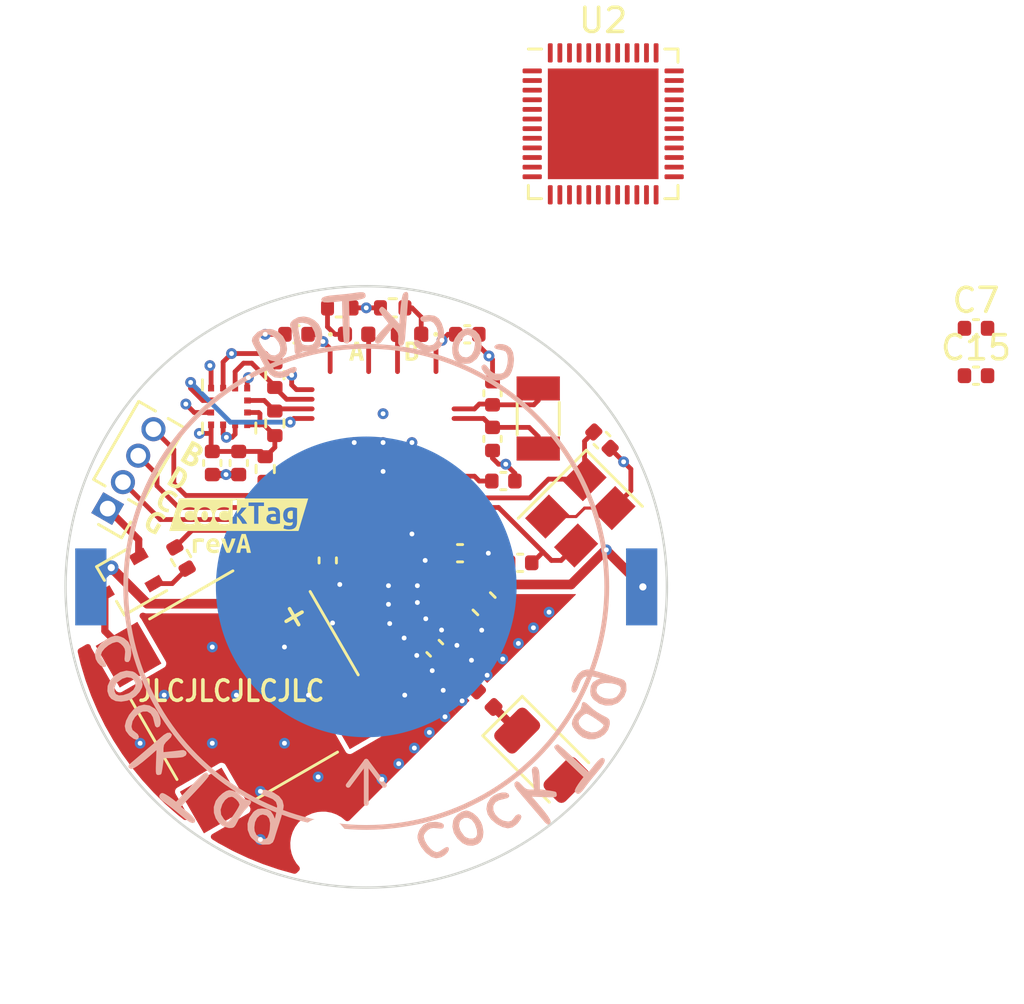
<source format=kicad_pcb>
(kicad_pcb (version 20211014) (generator pcbnew)
  (layers (0 "F.Cu" signal) (1 "In1.Cu" signal) (2 "In2.Cu" signal) (31 "B.Cu" signal) (34 "B.Paste" user) (35 "F.Paste" user) (36 "B.SilkS" user "B.Silkscreen") (37 "F.SilkS" user "F.Silkscreen") (38 "B.Mask" user) (39 "F.Mask" user) (44 "Edge.Cuts" user))
  (net 0 "")
  (net 1 "Net-(AE1-Pad1)")
  (net 2 "/MCU + RF/ANT")
  (net 3 "GND")
  (net 4 "Net-(C7-Pad2)")
  (net 5 "Net-(C15-Pad2)")
  (net 7 "VCC")
  (net 8 "Net-(BZ1-Pad2)")
  (net 9 "Net-(C4-Pad2)")
  (net 10 "Net-(C5-Pad1)")
  (net 11 "Net-(C6-Pad1)")
  (net 12 "XL1")
  (net 13 "/MCU + RF/XC1")
  (net 14 "XL2")
  (net 15 "/MCU + RF/XC2")
  (net 16 "SWDCLK")
  (net 17 "SWDIO")
  (net 18 "Net-(Q1-Pad1)")
  (net 19 "GYRO_SCL")
  (net 20 "GYRO_SDA")
  (net 21 "/MCU + RF/BUZZER")
  (net 22 "GYRO_INT")
  (net 30 "unconnected-(U2-Pad16)")
  (net 31 "unconnected-(U2-Pad18)")
  (net 35 "unconnected-(U2-Pad17)")
  (net 46 "/MCU + RF/LED_A")
  (net 47 "Net-(D1-Pad1)")
  (net 48 "Net-(D2-Pad1)")
  (net 49 "/MCU + RF/LED_B")
  (net 50 "BOOT")
  (footprint "Capacitor_SMD:C_0402_1005Metric" (layer "F.Cu") (at 155.45 91.95 -90)
    (fp_text reference "C8" hide)
    (fp_text value "12p")
    (pad "1" smd roundrect (at -0.48 0 270) (size 0.56 0.62) (layers "F.Cu" "F.Paste" "F.Mask") (net 3 "GND"))
    (pad "2" smd roundrect (at 0.48 0 270) (size 0.56 0.62) (layers "F.Cu" "F.Paste" "F.Mask") (net 12 "XL1"))
  )
  (footprint "Package_DFN_QFN:QFN-48-1EP_6x6mm_P0.4mm_EP4.6x4.6mm" (layer "F.Cu") (at 160.05 80.75)
    (fp_text reference "U2" (at 0 -4.3) (layer "F.SilkS"))
    (fp_text value "nRF52832-QFxx")
    (pad "1" smd roundrect (at -2.95 -2.2) (size 0.8 0.2) (layers "F.Cu" "F.Paste" "F.Mask") (net 10 "Net-(C5-Pad1)"))
    (pad "2" smd roundrect (at -2.95 -1.8) (size 0.8 0.2) (layers "F.Cu" "F.Paste" "F.Mask") (net 12 "XL1"))
    (pad "3" smd roundrect (at -2.95 -1.4) (size 0.8 0.2) (layers "F.Cu" "F.Paste" "F.Mask") (net 14 "XL2"))
    (pad "4" smd roundrect (at -2.95 -1) (size 0.8 0.2) (layers "F.Cu" "F.Paste" "F.Mask"))
    (pad "5" smd roundrect (at -2.95 -0.6) (size 0.8 0.2) (layers "F.Cu" "F.Paste" "F.Mask"))
    (pad "6" smd roundrect (at -2.95 -0.2) (size 0.8 0.2) (layers "F.Cu" "F.Paste" "F.Mask"))
    (pad "7" smd roundrect (at -2.95 0.2) (size 0.8 0.2) (layers "F.Cu" "F.Paste" "F.Mask"))
    (pad "8" smd roundrect (at -2.95 0.6) (size 0.8 0.2) (layers "F.Cu" "F.Paste" "F.Mask"))
    (pad "9" smd roundrect (at -2.95 1) (size 0.8 0.2) (layers "F.Cu" "F.Paste" "F.Mask"))
    (pad "10" smd roundrect (at -2.95 1.4) (size 0.8 0.2) (layers "F.Cu" "F.Paste" "F.Mask") (net 20 "GYRO_SDA"))
    (pad "11" smd roundrect (at -2.95 1.8) (size 0.8 0.2) (layers "F.Cu" "F.Paste" "F.Mask") (net 19 "GYRO_SCL"))
    (pad "12" smd roundrect (at -2.95 2.2) (size 0.8 0.2) (layers "F.Cu" "F.Paste" "F.Mask") (net 22 "GYRO_INT"))
    (pad "13" smd roundrect (at -2.2 2.95) (size 0.2 0.8) (layers "F.Cu" "F.Paste" "F.Mask") (net 7 "VCC"))
    (pad "14" smd roundrect (at -1.8 2.95) (size 0.2 0.8) (layers "F.Cu" "F.Paste" "F.Mask"))
    (pad "15" smd roundrect (at -1.4 2.95) (size 0.2 0.8) (layers "F.Cu" "F.Paste" "F.Mask"))
    (pad "16" smd roundrect (at -1 2.95) (size 0.2 0.8) (layers "F.Cu" "F.Paste" "F.Mask") (net 30 "unconnected-(U2-Pad16)"))
    (pad "17" smd roundrect (at -0.6 2.95) (size 0.2 0.8) (layers "F.Cu" "F.Paste" "F.Mask") (net 35 "unconnected-(U2-Pad17)"))
    (pad "18" smd roundrect (at -0.2 2.95) (size 0.2 0.8) (layers "F.Cu" "F.Paste" "F.Mask") (net 31 "unconnected-(U2-Pad18)"))
    (pad "19" smd roundrect (at 0.2 2.95) (size 0.2 0.8) (layers "F.Cu" "F.Paste" "F.Mask") (net 50 "BOOT"))
    (pad "20" smd roundrect (at 0.6 2.95) (size 0.2 0.8) (layers "F.Cu" "F.Paste" "F.Mask") (net 21 "/MCU + RF/BUZZER"))
    (pad "21" smd roundrect (at 1 2.95) (size 0.2 0.8) (layers "F.Cu" "F.Paste" "F.Mask"))
    (pad "22" smd roundrect (at 1.4 2.95) (size 0.2 0.8) (layers "F.Cu" "F.Paste" "F.Mask"))
    (pad "23" smd roundrect (at 1.8 2.95) (size 0.2 0.8) (layers "F.Cu" "F.Paste" "F.Mask"))
    (pad "24" smd roundrect (at 2.2 2.95) (size 0.2 0.8) (layers "F.Cu" "F.Paste" "F.Mask"))
    (pad "25" smd roundrect (at 2.95 2.2) (size 0.8 0.2) (layers "F.Cu" "F.Paste" "F.Mask") (net 17 "SWDIO"))
    (pad "26" smd roundrect (at 2.95 1.8) (size 0.8 0.2) (layers "F.Cu" "F.Paste" "F.Mask") (net 16 "SWDCLK"))
    (pad "27" smd roundrect (at 2.95 1.4) (size 0.8 0.2) (layers "F.Cu" "F.Paste" "F.Mask") (net 46 "/MCU + RF/LED_A"))
    (pad "28" smd roundrect (at 2.95 1) (size 0.8 0.2) (layers "F.Cu" "F.Paste" "F.Mask"))
    (pad "29" smd roundrect (at 2.95 0.6) (size 0.8 0.2) (layers "F.Cu" "F.Paste" "F.Mask") (net 49 "/MCU + RF/LED_B"))
    (pad "30" smd roundrect (at 2.95 0.2) (size 0.8 0.2) (layers "F.Cu" "F.Paste" "F.Mask") (net 2 "/MCU + RF/ANT"))
    (pad "31" smd roundrect (at 2.95 -0.2) (size 0.8 0.2) (layers "F.Cu" "F.Paste" "F.Mask") (net 3 "GND"))
    (pad "32" smd roundrect (at 2.95 -0.6) (size 0.8 0.2) (layers "F.Cu" "F.Paste" "F.Mask") (net 9 "Net-(C4-Pad2)"))
    (pad "33" smd roundrect (at 2.95 -1) (size 0.8 0.2) (layers "F.Cu" "F.Paste" "F.Mask") (net 5 "Net-(C15-Pad2)"))
    (pad "34" smd roundrect (at 2.95 -1.4) (size 0.8 0.2) (layers "F.Cu" "F.Paste" "F.Mask") (net 13 "/MCU + RF/XC1"))
    (pad "35" smd roundrect (at 2.95 -1.8) (size 0.8 0.2) (layers "F.Cu" "F.Paste" "F.Mask") (net 15 "/MCU + RF/XC2"))
    (pad "36" smd roundrect (at 2.95 -2.2) (size 0.8 0.2) (layers "F.Cu" "F.Paste" "F.Mask") (net 7 "VCC"))
    (pad "37" smd roundrect (at 2.2 -2.95) (size 0.2 0.8) (layers "F.Cu" "F.Paste" "F.Mask"))
    (pad "38" smd roundrect (at 1.8 -2.95) (size 0.2 0.8) (layers "F.Cu" "F.Paste" "F.Mask"))
    (pad "39" smd roundrect (at 1.4 -2.95) (size 0.2 0.8) (layers "F.Cu" "F.Paste" "F.Mask"))
    (pad "40" smd roundrect (at 1 -2.95) (size 0.2 0.8) (layers "F.Cu" "F.Paste" "F.Mask"))
    (pad "41" smd roundrect (at 0.6 -2.95) (size 0.2 0.8) (layers "F.Cu" "F.Paste" "F.Mask"))
    (pad "42" smd roundrect (at 0.2 -2.95) (size 0.2 0.8) (layers "F.Cu" "F.Paste" "F.Mask"))
    (pad "43" smd roundrect (at -0.2 -2.95) (size 0.2 0.8) (layers "F.Cu" "F.Paste" "F.Mask"))
    (pad "44" smd roundrect (at -0.6 -2.95) (size 0.2 0.8) (layers "F.Cu" "F.Paste" "F.Mask"))
    (pad "45" smd roundrect (at -1 -2.95) (size 0.2 0.8) (layers "F.Cu" "F.Paste" "F.Mask") (net 3 "GND"))
    (pad "46" smd roundrect (at -1.4 -2.95) (size 0.2 0.8) (layers "F.Cu" "F.Paste" "F.Mask") (net 4 "Net-(C7-Pad2)"))
    (pad "47" smd roundrect (at -1.8 -2.95) (size 0.2 0.8) (layers "F.Cu" "F.Paste" "F.Mask"))
    (pad "48" smd roundrect (at -2.2 -2.95) (size 0.2 0.8) (layers "F.Cu" "F.Paste" "F.Mask") (net 7 "VCC"))
    (pad "49" smd rect (at 0 0) (size 4.6 4.6) (layers "F.Cu" "F.Mask") (net 3 "GND"))
  )
  (footprint "Buzzer_Beeper:PUIAudio_SMT_0825_S_4_R" (layer "F.Cu") (at 145.1 104.1 -60)
    (fp_text reference "BZ1" hide)
    (fp_text value "Buzzer")
    (fp_text user "+" (at -1.5 -3.25 30) (layer "F.SilkS"))
    (pad "1" smd rect (at -3.5 -3.5 210) (size 2 2) (layers "F.Cu" "F.Paste" "F.Mask") (net 7 "VCC"))
    (pad "2" smd rect (at -3.5 3.5 210) (size 2 2) (layers "F.Cu" "F.Paste" "F.Mask") (net 8 "Net-(BZ1-Pad2)"))
    (pad "3" smd rect (at 3.5 3.5 210) (size 2 2) (layers "F.Cu" "F.Paste" "F.Mask"))
    (pad "4" smd rect (at 3.5 -3.5 210) (size 2 2) (layers "F.Cu" "F.Paste" "F.Mask"))
  )
  (footprint "Capacitor_SMD:C_0402_1005Metric" (layer "F.Cu") (at 148.6 98.9 90)
    (fp_text reference "C4" hide)
    (fp_text value "100p")
    (pad "1" smd roundrect (at -0.48 0 90) (size 0.56 0.62) (layers "F.Cu" "F.Paste" "F.Mask") (net 3 "GND"))
    (pad "2" smd roundrect (at 0.48 0 90) (size 0.56 0.62) (layers "F.Cu" "F.Paste" "F.Mask") (net 9 "Net-(C4-Pad2)"))
  )
  (footprint "Capacitor_SMD:C_0402_1005Metric" (layer "F.Cu") (at 144.9 94.85 -90)
    (fp_text reference "C1" hide)
    (fp_text value "100n")
    (pad "1" smd roundrect (at -0.48 0 270) (size 0.56 0.62) (layers "F.Cu" "F.Paste" "F.Mask") (net 7 "VCC"))
    (pad "2" smd roundrect (at 0.48 0 270) (size 0.56 0.62) (layers "F.Cu" "F.Paste" "F.Mask") (net 3 "GND"))
  )
  (footprint "Resistor_SMD:R_0402_1005Metric" (layer "F.Cu") (at 149.1 88.4 180)
    (fp_text reference "R5" hide)
    (fp_text value "470")
    (pad "1" smd roundrect (at -0.51 0 180) (size 0.54 0.64) (layers "F.Cu" "F.Paste" "F.Mask") (net 3 "GND"))
    (pad "2" smd roundrect (at 0.51 0 180) (size 0.54 0.64) (layers "F.Cu" "F.Paste" "F.Mask") (net 48 "Net-(D2-Pad1)"))
  )
  (footprint "LED_SMD:LED_0402_1005Metric" (layer "F.Cu") (at 149.8 89.5)
    (fp_text reference "D2" hide)
    (fp_text value "LED")
    (pad "1" smd roundrect (at -0.485 0) (size 0.59 0.64) (layers "F.Cu" "F.Paste" "F.Mask") (net 48 "Net-(D2-Pad1)"))
    (pad "2" smd roundrect (at 0.485 0) (size 0.59 0.64) (layers "F.Cu" "F.Paste" "F.Mask") (net 46 "/MCU + RF/LED_A"))
  )
  (footprint "Capacitor_SMD:C_0402_1005Metric" (layer "F.Cu") (at 175.55 91.22)
    (fp_text reference "C15" (at 0 -1.16) (layer "F.SilkS"))
    (fp_text value "100p")
    (pad "1" smd roundrect (at -0.48 0) (size 0.56 0.62) (layers "F.Cu" "F.Paste" "F.Mask") (net 3 "GND"))
    (pad "2" smd roundrect (at 0.48 0) (size 0.56 0.62) (layers "F.Cu" "F.Paste" "F.Mask") (net 5 "Net-(C15-Pad2)"))
  )
  (footprint "Package_TO_SOT_SMD:SOT-323_SC-70" (layer "F.Cu") (at 140.2 99.8 -150)
    (fp_text reference "Q1" hide)
    (fp_text value "Q_NPN_BEC")
    (pad "1" smd rect (at -1 -0.65 120) (size 0.45 0.7) (layers "F.Cu" "F.Paste" "F.Mask") (net 18 "Net-(Q1-Pad1)"))
    (pad "2" smd rect (at -1 0.65 120) (size 0.45 0.7) (layers "F.Cu" "F.Paste" "F.Mask") (net 3 "GND"))
    (pad "3" smd rect (at 1 0 120) (size 0.45 0.7) (layers "F.Cu" "F.Paste" "F.Mask") (net 8 "Net-(BZ1-Pad2)"))
  )
  (footprint "Capacitor_SMD:C_0402_1005Metric" (layer "F.Cu") (at 153.05 102.55 135)
    (fp_text reference "C6" hide)
    (fp_text value "1p")
    (pad "1" smd roundrect (at -0.48 0 135) (size 0.56 0.62) (layers "F.Cu" "F.Paste" "F.Mask") (net 11 "Net-(C6-Pad1)"))
    (pad "2" smd roundrect (at 0.48 0 135) (size 0.56 0.62) (layers "F.Cu" "F.Paste" "F.Mask") (net 2 "/MCU + RF/ANT"))
  )
  (footprint "kibuzzard-6367CDC3" (layer "F.Cu") (at 144.9 97)
    (fp_text reference "kibuzzard-6367CDC3" hide)
    (fp_text value "G***" hide)
  )
  (footprint "Crystal:Crystal_SMD_3215-2Pin_3.2x1.5mm" (layer "F.Cu") (at 157.35 93 -90)
    (fp_text reference "Y1" hide)
    (fp_text value "32.768kHz")
    (pad "1" smd rect (at 1.25 0 270) (size 1 1.8) (layers "F.Cu" "F.Paste" "F.Mask") (net 14 "XL2"))
    (pad "2" smd rect (at -1.25 0 270) (size 1 1.8) (layers "F.Cu" "F.Paste" "F.Mask") (net 12 "XL1"))
  )
  (footprint "Resistor_SMD:R_0402_1005Metric" (layer "F.Cu") (at 151.3 88.4)
    (fp_text reference "R4" hide)
    (fp_text value "470")
    (pad "1" smd roundrect (at -0.51 0) (size 0.54 0.64) (layers "F.Cu" "F.Paste" "F.Mask") (net 3 "GND"))
    (pad "2" smd roundrect (at 0.51 0) (size 0.54 0.64) (layers "F.Cu" "F.Paste" "F.Mask") (net 47 "Net-(D1-Pad1)"))
  )
  (footprint "Capacitor_SMD:C_0402_1005Metric" (layer "F.Cu") (at 154.4 89.5)
    (fp_text reference "C13" hide)
    (fp_text value "100n")
    (pad "1" smd roundrect (at -0.48 0) (size 0.56 0.62) (layers "F.Cu" "F.Paste" "F.Mask") (net 7 "VCC"))
    (pad "2" smd roundrect (at 0.48 0) (size 0.56 0.62) (layers "F.Cu" "F.Paste" "F.Mask") (net 3 "GND"))
  )
  (footprint "Capacitor_SMD:C_0402_1005Metric" (layer "F.Cu") (at 155.45 93.85 90)
    (fp_text reference "C10" hide)
    (fp_text value "12p")
    (pad "1" smd roundrect (at -0.48 0 90) (size 0.56 0.62) (layers "F.Cu" "F.Paste" "F.Mask") (net 3 "GND"))
    (pad "2" smd roundrect (at 0.48 0 90) (size 0.56 0.62) (layers "F.Cu" "F.Paste" "F.Mask") (net 14 "XL2"))
  )
  (footprint "Capacitor_SMD:C_0402_1005Metric" (layer "F.Cu") (at 175.55 89.25)
    (fp_text reference "C7" (at 0 -1.16) (layer "F.SilkS"))
    (fp_text value "1u")
    (pad "1" smd roundrect (at -0.48 0) (size 0.56 0.62) (layers "F.Cu" "F.Paste" "F.Mask") (net 3 "GND"))
    (pad "2" smd roundrect (at 0.48 0) (size 0.56 0.62) (layers "F.Cu" "F.Paste" "F.Mask") (net 4 "Net-(C7-Pad2)"))
  )
  (footprint "kibuzzard-6367D1D3" (layer "F.Cu") (at 149.8 90.2)
    (fp_text reference "kibuzzard-6367D1D3" hide)
    (fp_text value "G***" hide)
  )
  (footprint "Capacitor_SMD:C_0603_1608Metric" (layer "F.Cu") (at 155.1 100.7 -45)
    (fp_text reference "C3" hide)
    (fp_text value "2u2")
    (pad "1" smd roundrect (at -0.775 0 315) (size 0.9 0.95) (layers "F.Cu" "F.Paste" "F.Mask") (net 7 "VCC"))
    (pad "2" smd roundrect (at 0.775 0 315) (size 0.9 0.95) (layers "F.Cu" "F.Paste" "F.Mask") (net 3 "GND"))
  )
  (footprint "Resistor_SMD:R_0402_1005Metric" (layer "F.Cu") (at 146 95.1 -90)
    (fp_text reference "R6" hide)
    (fp_text value "4k7")
    (pad "1" smd roundrect (at -0.51 0 270) (size 0.54 0.64) (layers "F.Cu" "F.Paste" "F.Mask") (net 7 "VCC"))
    (pad "2" smd roundrect (at 0.51 0 270) (size 0.54 0.64) (layers "F.Cu" "F.Paste" "F.Mask") (net 50 "BOOT"))
  )
  (footprint "Capacitor_SMD:C_0402_1005Metric" (layer "F.Cu") (at 160 93.9 135)
    (fp_text reference "C11" hide)
    (fp_text value "12p")
    (pad "1" smd roundrect (at -0.48 0 135) (size 0.56 0.62) (layers "F.Cu" "F.Paste" "F.Mask") (net 3 "GND"))
    (pad "2" smd roundrect (at 0.48 0 135) (size 0.56 0.62) (layers "F.Cu" "F.Paste" "F.Mask") (net 15 "/MCU + RF/XC2"))
  )
  (footprint "Capacitor_SMD:C_0402_1005Metric" (layer "F.Cu") (at 154.1 98.6)
    (fp_text reference "C14" hide)
    (fp_text value "1n")
    (pad "1" smd roundrect (at -0.48 0) (size 0.56 0.62) (layers "F.Cu" "F.Paste" "F.Mask") (net 7 "VCC"))
    (pad "2" smd roundrect (at 0.48 0) (size 0.56 0.62) (layers "F.Cu" "F.Paste" "F.Mask") (net 3 "GND"))
  )
  (footprint "Inductor_SMD:L_0402_1005Metric" (layer "F.Cu") (at 155.15 104.65 135)
    (fp_text reference "L1" hide)
    (fp_text value "3n9")
    (pad "1" smd roundrect (at -0.485 0 135) (size 0.59 0.64) (layers "F.Cu" "F.Paste" "F.Mask") (net 1 "Net-(AE1-Pad1)"))
    (pad "2" smd roundrect (at 0.485 0 135) (size 0.59 0.64) (layers "F.Cu" "F.Paste" "F.Mask") (net 11 "Net-(C6-Pad1)"))
  )
  (footprint "Connector_PinHeader_1.27mm:PinHeader_1x04_P1.27mm_Vertical" (layer "F.Cu") (at 139.45 96.745449 150)
    (fp_text reference "J1" hide)
    (fp_text value "SWD")
    (pad "1" thru_hole rect (at 0 0 150) (size 1 1) (drill 0.65) (layers *.Cu *.Mask) (net 3 "GND"))
    (pad "2" thru_hole oval (at 0 1.27 150) (size 1 1) (drill 0.65) (layers *.Cu *.Mask) (net 16 "SWDCLK"))
    (pad "3" thru_hole oval (at 0 2.54 150) (size 1 1) (drill 0.65) (layers *.Cu *.Mask) (net 17 "SWDIO"))
    (pad "4" thru_hole oval (at 0 3.81 150) (size 1 1) (drill 0.65) (layers *.Cu *.Mask) (net 50 "BOOT"))
  )
  (footprint "Resistor_SMD:R_0402_1005Metric" (layer "F.Cu") (at 142.5 98.8 -60)
    (fp_text reference "R3" hide)
    (fp_text value "1k")
    (pad "1" smd roundrect (at -0.51 0 300) (size 0.54 0.64) (layers "F.Cu" "F.Paste" "F.Mask") (net 21 "/MCU + RF/BUZZER"))
    (pad "2" smd roundrect (at 0.51 0 300) (size 0.54 0.64) (layers "F.Cu" "F.Paste" "F.Mask") (net 18 "Net-(Q1-Pad1)"))
  )
  (footprint "kibuzzard-6367CCB8" (layer "F.Cu") (at 142.4 95.5 -30)
    (fp_text reference "kibuzzard-6367CCB8" hide)
    (fp_text value "G***" hide)
  )
  (footprint "Capacitor_SMD:C_0402_1005Metric" (layer "F.Cu") (at 155.9 95.6)
    (fp_text reference "C5" hide)
    (fp_text value "100n")
    (pad "1" smd roundrect (at -0.48 0) (size 0.56 0.62) (layers "F.Cu" "F.Paste" "F.Mask") (net 10 "Net-(C5-Pad1)"))
    (pad "2" smd roundrect (at 0.48 0) (size 0.56 0.62) (layers "F.Cu" "F.Paste" "F.Mask") (net 3 "GND"))
  )
  (footprint "Crystal:Crystal_SMD_3225-4Pin_3.2x2.5mm" (layer "F.Cu") (at 159.1 96.9 -135)
    (fp_text reference "Y2" hide)
    (fp_text value "16MHz")
    (pad "1" smd rect (at -1.1 0.85 225) (size 1.4 1.2) (layers "F.Cu" "F.Paste" "F.Mask") (net 15 "/MCU + RF/XC2"))
    (pad "2" smd rect (at 1.1 0.85 225) (size 1.4 1.2) (layers "F.Cu" "F.Paste" "F.Mask") (net 3 "GND"))
    (pad "3" smd rect (at 1.1 -0.85 225) (size 1.4 1.2) (layers "F.Cu" "F.Paste" "F.Mask") (net 13 "/MCU + RF/XC1"))
    (pad "4" smd rect (at -1.1 -0.85 225) (size 1.4 1.2) (layers "F.Cu" "F.Paste" "F.Mask") (net 3 "GND"))
  )
  (footprint "Resistor_SMD:R_0402_1005Metric" (layer "F.Cu") (at 146.4 93.2 90)
    (fp_text reference "R1" hide)
    (fp_text value "4k7")
    (pad "1" smd roundrect (at -0.51 0 90) (size 0.54 0.64) (layers "F.Cu" "F.Paste" "F.Mask") (net 7 "VCC"))
    (pad "2" smd roundrect (at 0.51 0 90) (size 0.54 0.64) (layers "F.Cu" "F.Paste" "F.Mask") (net 19 "GYRO_SCL"))
  )
  (footprint "Resistor_SMD:R_0402_1005Metric" (layer "F.Cu") (at 146.4 91.2 -90)
    (fp_text reference "R2" hide)
    (fp_text value "4k7")
    (pad "1" smd roundrect (at -0.51 0 270) (size 0.54 0.64) (layers "F.Cu" "F.Paste" "F.Mask") (net 7 "VCC"))
    (pad "2" smd roundrect (at 0.51 0 270) (size 0.54 0.64) (layers "F.Cu" "F.Paste" "F.Mask") (net 20 "GYRO_SDA"))
  )
  (footprint "Capacitor_SMD:C_0402_1005Metric" (layer "F.Cu") (at 147.3 89.5 180)
    (fp_text reference "C12" hide)
    (fp_text value "100n")
    (pad "1" smd roundrect (at -0.48 0 180) (size 0.56 0.62) (layers "F.Cu" "F.Paste" "F.Mask") (net 7 "VCC"))
    (pad "2" smd roundrect (at 0.48 0 180) (size 0.56 0.62) (layers "F.Cu" "F.Paste" "F.Mask") (net 3 "GND"))
  )
  (footprint "kibuzzard-6367CCBF" (layer "F.Cu") (at 141.9 96.4 -30)
    (fp_text reference "kibuzzard-6367CCBF" hide)
    (fp_text value "G***" hide)
  )
  (footprint "Inductor_SMD:L_0402_1005Metric" (layer "F.Cu") (at 153.75 103.95 45)
    (fp_text reference "L2" hide)
    (fp_text value "3n9")
    (pad "1" smd roundrect (at -0.485 0 45) (size 0.59 0.64) (layers "F.Cu" "F.Paste" "F.Mask") (net 3 "GND"))
    (pad "2" smd roundrect (at 0.485 0 45) (size 0.59 0.64) (layers "F.Cu" "F.Paste" "F.Mask") (net 11 "Net-(C6-Pad1)"))
  )
  (footprint "kibuzzard-6367D1E2" (layer "F.Cu") (at 152.1 90.2)
    (fp_text reference "kibuzzard-6367D1E2" hide)
    (fp_text value "G***" hide)
  )
  (footprint "LED_SMD:LED_0402_1005Metric" (layer "F.Cu") (at 152 89.5 180)
    (fp_text reference "D1" hide)
    (fp_text value "LED")
    (pad "1" smd roundrect (at -0.485 0 180) (size 0.59 0.64) (layers "F.Cu" "F.Paste" "F.Mask") (net 47 "Net-(D1-Pad1)"))
    (pad "2" smd roundrect (at 0.485 0 180) (size 0.59 0.64) (layers "F.Cu" "F.Paste" "F.Mask") (net 49 "/MCU + RF/LED_B"))
  )
  (footprint "Capacitor_SMD:C_0402_1005Metric" (layer "F.Cu") (at 156.6 99)
    (fp_text reference "C9" hide)
    (fp_text value "12p")
    (pad "1" smd roundrect (at -0.48 0) (size 0.56 0.62) (layers "F.Cu" "F.Paste" "F.Mask") (net 3 "GND"))
    (pad "2" smd roundrect (at 0.48 0) (size 0.56 0.62) (layers "F.Cu" "F.Paste" "F.Mask") (net 13 "/MCU + RF/XC1"))
  )
  (footprint "MountingHole:MountingHole_2.2mm_M2" (layer "F.Cu") (at 148.4 110.7)
    (fp_text reference "H1" hide)
    (fp_text value "MountingHole_Pad")
    (pad "" np_thru_hole circle (at 0 0) (size 2.2 2.2) (drill 2.2) (layers *.Cu *.Mask))
  )
  (footprint "Capacitor_SMD:C_0402_1005Metric" (layer "F.Cu") (at 143.8 94.85 -90)
    (fp_text reference "C2" hide)
    (fp_text value "100n")
    (pad "1" smd roundrect (at -0.48 0 270) (size 0.56 0.62) (layers "F.Cu" "F.Paste" "F.Mask") (net 7 "VCC"))
    (pad "2" smd roundrect (at 0.48 0 270) (size 0.56 0.62) (layers "F.Cu" "F.Paste" "F.Mask") (net 3 "GND"))
  )
  (footprint "kibuzzard-6367CE4A" (layer "F.Cu") (at 144.2 98.2)
    (fp_text reference "kibuzzard-6367CE4A" hide)
    (fp_text value "G***" hide)
  )
  (footprint "RF_Antenna:Johanson_2450AT18x100" (layer "F.Cu") (at 157.5 107 -45)
    (fp_text reference "AE1" hide)
    (fp_text value "2450AT18A100E")
    (pad "1" smd roundrect (at -1.45 0 315) (size 1.2 1.8) (layers "F.Cu" "F.Paste" "F.Mask") (roundrect_rratio 0.2083333333) (net 1 "Net-(AE1-Pad1)"))
    (pad "2" smd roundrect (at 1.45 0 315) (size 1.2 1.8) (layers "F.Cu" "F.Paste" "F.Mask") (roundrect_rratio 0.2083333333))
  )
  (footprint "kibuzzard-6367CCAB" (layer "F.Cu") (at 143 94.5 -30)
    (fp_text reference "kibuzzard-6367CCAB" hide)
    (fp_text value "G***" hide)
  )
  (footprint "kibuzzard-6367CCCA" (layer "F.Cu") (at 141.4 97.3 -30)
    (fp_text reference "kibuzzard-6367CCCA" hide)
    (fp_text value "G***" hide)
  )
  (footprint "Package_LGA:Kionix_LGA-12_2x2mm_P0.5mm_LayoutBorder2x4y" (layer "F.Cu") (at 144.5 92.5 -90)
    (fp_text reference "U1" hide)
    (fp_text value "KXTJ3-1057")
    (pad "1" smd rect (at -0.7625 -0.75 270) (size 0.275 0.25) (layers "F.Cu" "F.Paste" "F.Mask") (net 3 "GND"))
    (pad "2" smd rect (at -0.7625 -0.25 270) (size 0.275 0.25) (layers "F.Cu" "F.Paste" "F.Mask") (net 20 "GYRO_SDA"))
    (pad "3" smd rect (at -0.7625 0.25 270) (size 0.275 0.25) (layers "F.Cu" "F.Paste" "F.Mask") (net 7 "VCC"))
    (pad "4" smd rect (at -0.7625 0.75 270) (size 0.275 0.25) (layers "F.Cu" "F.Paste" "F.Mask") (net 3 "GND"))
    (pad "5" smd rect (at -0.25 0.7625 270) (size 0.25 0.275) (layers "F.Cu" "F.Paste" "F.Mask") (net 22 "GYRO_INT"))
    (pad "6" smd rect (at 0.25 0.7625 270) (size 0.25 0.275) (layers "F.Cu" "F.Paste" "F.Mask") (net 3 "GND"))
    (pad "7" smd rect (at 0.7625 0.75 270) (size 0.275 0.25) (layers "F.Cu" "F.Paste" "F.Mask") (net 7 "VCC"))
    (pad "8" smd rect (at 0.7625 0.25 270) (size 0.275 0.25) (layers "F.Cu" "F.Paste" "F.Mask") (net 3 "GND"))
    (pad "9" smd rect (at 0.7625 -0.25 270) (size 0.275 0.25) (layers "F.Cu" "F.Paste" "F.Mask") (net 3 "GND"))
    (pad "10" smd rect (at 0.7625 -0.75 270) (size 0.275 0.25) (layers "F.Cu" "F.Paste" "F.Mask") (net 7 "VCC"))
    (pad "11" smd rect (at 0.25 -0.7625 270) (size 0.25 0.275) (layers "F.Cu" "F.Paste" "F.Mask") (net 7 "VCC"))
    (pad "12" smd rect (at -0.25 -0.7625 270) (size 0.25 0.275) (layers "F.Cu" "F.Paste" "F.Mask") (net 19 "GYRO_SCL"))
  )
  (footprint "LOGO" (layer "B.Cu") (at 150.034625 100.131989 180)
    (fp_text reference "G***" hide)
    (fp_text value "LOGO" hide)
  )
  (footprint "LOGO" (layer "B.Cu") (at 150.231989 99.819951 45)
    (fp_text reference "G***" hide)
    (fp_text value "LOGO" hide)
  )
  (footprint "LOGO" (layer "B.Cu") (at 150.431989 100.165376 -90)
    (fp_text reference "G***" hide)
    (fp_text value "LOGO" hide)
  )
  (footprint "Library:MY-2032-01" (layer "B.Cu") (at 150.2 100 180)
    (fp_text reference "BT1" hide)
    (fp_text value "CR2032_HOLDER")
    (pad "1" smd rect (at 11.45 0 180) (size 1.3 3.2) (layers "B.Cu" "B.Paste" "B.Mask") (net 7 "VCC"))
    (pad "1" smd rect (at -11.45 0 180) (size 1.3 3.2) (layers "B.Cu" "B.Paste" "B.Mask") (net 7 "VCC"))
    (pad "2" smd oval (at 0 0 180) (size 12.5 12.5) (layers "B.Cu" "B.Mask") (net 3 "GND"))
  )
  (gr_circle (center 150.2 100) (end 162.7 100) (layer "Edge.Cuts") (width 0.1) (fill none))
  (gr_text "JLCJLCJLCJLC" (at 144.5892 104.3288) (layer "F.SilkS") (effects (font (size 0.85 0.75))))
  (segment (start 155.492947 104.992947) (end 156.474695 105.974695) (width 0.35) (layer "F.Cu") (net 1))
  (segment (start 151.723959 101.223959) (end 151.723959 99.593641) (width 0.35) (layer "F.Cu") (net 2))
  (segment (start 152.710589 102.210589) (end 151.723959 101.223959) (width 0.35) (layer "F.Cu") (net 2))
  (segment (start 155.45 90.55) (end 155.3 90.4) (width 0.2) (layer "F.Cu") (net 3))
  (segment (start 148.6 99.48) (end 148.68 99.48) (width 0.2) (layer "F.Cu") (net 3))
  (segment (start 147.3 91.8) (end 147.1 91.6) (width 0.2) (layer "F.Cu") (net 3))
  (segment (start 148.68 99.48) (end 149.1 99.9) (width 0.2) (layer "F.Cu") (net 3))
  (segment (start 155.5 94.7) (end 155.7 94.9) (width 0.2) (layer "F.Cu") (net 3))
  (segment (start 155.6755 99) (end 155.2755 98.6) (width 0.2) (layer "F.Cu") (net 3))
  (segment (start 155.45 94.33) (end 155.45 94.65) (width 0.2) (layer "F.Cu") (net 3))
  (segment (start 155.7 94.9) (end 156 94.9) (width 0.2) (layer "F.Cu") (net 3))
  (segment (start 156.12 99) (end 155.6755 99) (width 0.2) (layer "F.Cu") (net 3))
  (segment (start 154.88 89.5) (end 154.88 89.98) (width 0.2) (layer "F.Cu") (net 3))
  (segment (start 152.3 96.95) (end 152.3 97.6) (width 0.2) (layer "F.Cu") (net 3))
  (segment (start 154.88 89.98) (end 155.3 90.4) (width 0.2) (layer "F.Cu") (net 3))
  (segment (start 150.2 88.4) (end 150.79 88.4) (width 0.2) (layer "F.Cu") (net 3))
  (segment (start 145.25 91.349832) (end 145.299702 91.30013) (width 0.2) (layer "F.Cu") (net 3))
  (segment (start 144.385816 93.782565) (end 144.617435 93.782565) (width 0.2) (layer "F.Cu") (net 3))
  (segment (start 147.1 91.6) (end 147.1 91.2) (width 0.2) (layer "F.Cu") (net 3))
  (segment (start 143.7375 92.75) (end 143.05 92.75) (width 0.2) (layer "F.Cu") (net 3))
  (segment (start 145.25 91.7375) (end 145.25 91.349832) (width 0.2) (layer "F.Cu") (net 3))
  (segment (start 156.38 95.28) (end 156 94.9) (width 0.2) (layer "F.Cu") (net 3))
  (segment (start 144.75 93.2625) (end 144.75 93.65) (width 0.2) (layer "F.Cu") (net 3))
  (segment (start 143.75 90.85) (end 143.7 90.8) (width 0.2) (layer "F.Cu") (net 3))
  (segment (start 147.95 91.8) (end 147.3 91.8) (width 0.2) (layer "F.Cu") (net 3))
  (segment (start 151.9 96.95) (end 151.9 97.6) (width 0.2) (layer "F.Cu") (net 3))
  (segment (start 154.58 98.6) (end 155.2755 98.6) (width 0.2) (layer "F.Cu") (net 3))
  (segment (start 160.339411 94.239411) (end 160.9 94.8) (width 0.2) (layer "F.Cu") (net 3))
  (segment (start 155.45 94.65) (end 155.5 94.7) (width 0.2) (layer "F.Cu") (net 3))
  (segment (start 161.2 95.1) (end 160.9 94.8) (width 0.2) (layer "F.Cu") (net 3))
  (segment (start 151.9 97.6) (end 152.1 97.8) (width 0.2) (layer "F.Cu") (net 3))
  (segment (start 143.05 92.75) (end 142.7 92.4) (width 0.2) (layer "F.Cu") (net 3))
  (segment (start 144.9 95.33) (end 144.37 95.33) (width 0.3) (layer "F.Cu") (net 3))
  (segment (start 149.7 99.88) (end 149.12 99.88) (width 0.2) (layer "F.Cu") (net 3))
  (segment (start 157.721142 97.076777) (end 158.923223 97.076777) (width 0.127) (layer "F.Cu") (net 3))
  (segment (start 155.046016 101.8) (end 155.648008 101.198008) (width 0.4) (layer "F.Cu") (net 3))
  (segment (start 160.478858 96.723223) (end 161.2 96.002081) (width 0.2) (layer "F.Cu") (net 3))
  (segment (start 143.8 95.33) (end 144.37 95.33) (width 0.3) (layer "F.Cu") (net 3))
  (segment (start 146.82 89.5) (end 146 89.5) (width 0.2) (layer "F.Cu") (net 3))
  (segment (start 155.45 91.47) (end 155.45 90.55) (width 0.2) (layer "F.Cu") (net 3))
  (segment (start 140.741025 98.036474) (end 139.45 96.745449) (width 0.3) (layer "F.Cu") (net 3))
  (segment (start 158.923223 97.076777) (end 159.276777 96.723223) (width 0.127) (layer "F.Cu") (net 3))
  (segment (start 159.276777 96.723223) (end 160.478858 96.723223) (width 0.127) (layer "F.Cu") (net 3))
  (segment (start 140.741025 98.737083) (end 140.741025 98.036474) (width 0.3) (layer "F.Cu") (net 3))
  (segment (start 149.12 99.88) (end 149.1 99.9) (width 0.2) (layer "F.Cu") (net 3))
  (segment (start 151.725 98.9) (end 152.65 98.9) (width 0.2) (layer "F.Cu") (net 3))
  (segment (start 156.38 95.6) (end 156.38 95.28) (width 0.2) (layer "F.Cu") (net 3))
  (segment (start 143.75 91.7375) (end 143.75 90.85) (width 0.2) (layer "F.Cu") (net 3))
  (segment (start 149.61 88.4) (end 150.2 88.4) (width 0.2) (layer "F.Cu") (net 3))
  (segment (start 144.382565 93.782565) (end 144.385816 93.782565) (width 0.2) (layer "F.Cu") (net 3))
  (segment (start 152.3 97.6) (end 152.1 97.8) (width 0.2) (layer "F.Cu") (net 3))
  (segment (start 161.2 96.002081) (end 161.2 95.1) (width 0.2) (layer "F.Cu") (net 3))
  (segment (start 144.25 93.65) (end 144.382565 93.782565) (width 0.2) (layer "F.Cu") (net 3))
  (segment (start 144.25 93.2625) (end 144.25 93.65) (width 0.2) (layer "F.Cu") (net 3))
  (segment (start 144.617435 93.782565) (end 144.75 93.65) (width 0.2) (layer "F.Cu") (net 3))
  (via (at 151.8 104.5) (size 0.45) (drill 0.2) (layers "F.Cu" "B.Cu") (net 3))
  (via (at 151.175 101.525) (size 0.45) (drill 0.2) (layers "F.Cu" "B.Cu") (net 3))
  (via (at 153.33191 101.793192) (size 0.45) (drill 0.2) (layers "F.Cu" "B.Cu") (net 3))
  (via (at 156 94.9) (size 0.45) (drill 0.2) (layers "F.Cu" "B.Cu") (net 3))
  (via (at 150.85 108) (size 0.45) (drill 0.2) (layers "F.Cu" "B.Cu") (net 3))
  (via (at 155 101.8) (size 0.45) (drill 0.2) (layers "F.Cu" "B.Cu") (net 3))
  (via (at 145.8 110.5) (size 0.45) (drill 0.2) (layers "F.Cu" "B.Cu") (net 3))
  (via (at 146.8 106.5) (size 0.45) (drill 0.2) (layers "F.Cu" "B.Cu") (net 3))
  (via (at 154.575 103.05) (size 0.45) (drill 0.2) (layers "F.Cu" "B.Cu") (net 3))
  (via (at 145.299702 91.30013) (size 0.45) (drill 0.2) (layers "F.Cu" "B.Cu") (net 3))
  (via (at 155.2755 98.6) (size 0.45) (drill 0.2) (layers "F.Cu" "B.Cu") (net 3))
  (via (at 146 89.5) (size 0.45) (drill 0.2) (layers "F.Cu" "B.Cu") (net 3))
  (via (at 152.65 98.9) (size 0.45) (drill 0.2) (layers "F.Cu" "B.Cu") (net 3))
  (via (at 150.2 88.4) (size 0.45) (drill 0.2) (layers "F.Cu" "B.Cu") (net 3))
  (via (at 143.7 90.8) (size 0.45) (drill 0.2) (layers "F.Cu" "B.Cu") (net 3))
  (via (at 154.186058 104.738942) (size 0.45) (drill 0.2) (layers "F.Cu" "B.Cu") (net 3))
  (via (at 151.124459 100.725) (size 0.45) (drill 0.2) (layers "F.Cu" "B.Cu") (net 3))
  (via (at 152.2 106.7) (size 0.45) (drill 0.2) (layers "F.Cu" "B.Cu") (net 3))
  (via (at 150.9 95.2) (size 0.45) (drill 0.2) (layers "F.Cu" "B.Cu") (net 3))
  (via (at 148.2 107.9) (size 0.45) (drill 0.2) (layers "F.Cu" "B.Cu") (net 3))
  (via (at 153.4 104.3) (size 0.45) (drill 0.2) (layers "F.Cu" "B.Cu") (net 3))
  (via (at 150.9 92.8) (size 0.45) (drill 0.2) (layers "F.Cu" "B.Cu") (net 3))
  (via (at 148.8 101.5) (size 0.45) (drill 0.2) (layers "F.Cu" "B.Cu") (net 3))
  (via (at 141.8 104.5) (size 0.45) (drill 0.2) (layers "F.Cu" "B.Cu") (net 3))
  (via (at 149.1 99.9) (size 0.45) (drill 0.2) (layers "F.Cu" "B.Cu") (net 3))
  (via (at 153.475 105.4) (size 0.45) (drill 0.2) (layers "F.Cu" "B.Cu") (net 3))
  (via (at 151.124459 99.95) (size 0.45) (drill 0.2) (layers "F.Cu" "B.Cu") (net 3))
  (via (at 157.8 101.05) (size 0.45) (drill 0.2) (layers "F.Cu" "B.Cu") (net 3))
  (via (at 152.825 106.05) (size 0.45) (drill 0.2) (layers "F.Cu" "B.Cu") (net 3))
  (via (at 155.226422 103.673558) (size 0.45) (drill 0.2) (layers "F.Cu" "B.Cu") (net 3))
  (via (at 144.385816 93.782565) (size 0.45) (drill 0.2) (layers "F.Cu" "B.Cu") (net 3))
  (via (at 152.1 97.8) (size 0.45) (drill 0.2) (layers "F.Cu" "B.Cu") (net 3))
  (via (at 149.7 94) (size 0.45) (drill 0.2) (layers "F.Cu" "B.Cu") (net 3))
  (via (at 147.1 91.2) (size 0.45) (drill 0.2) (layers "F.Cu" "B.Cu") (net 3))
  (via (at 145.8 108.5) (size 0.45) (drill 0.2) (layers "F.Cu" "B.Cu") (net 3))
  (via (at 152.325 99.95) (size 0.45) (drill 0.2) (layers "F.Cu" "B.Cu") (net 3))
  (via (at 152.1 94) (size 0.45) (drill 0.2) (layers "F.Cu" "B.Cu") (net 3))
  (via (at 144.8 104.5) (size 0.45) (drill 0.2) (layers "F.Cu" "B.Cu") (net 3))
  (via (at 147.8 104.5) (size 0.45) (drill 0.2) (layers "F.Cu" "B.Cu") (net 3))
  (via (at 152.325541 100.65) (size 0.45) (drill 0.2) (layers "F.Cu" "B.Cu") (net 3))
  (via (at 156.525 102.35) (size 0.45) (drill 0.2) (layers "F.Cu" "B.Cu") (net 3))
  (via (at 152.3 102.85) (size 0.45) (drill 0.2) (layers "F.Cu" "B.Cu") (net 3))
  (via (at 151.775 102.125) (size 0.45) (drill 0.2) (layers "F.Cu" "B.Cu") (net 3))
  (via (at 152.675 101.325) (size 0.45) (drill 0.2) (layers "F.Cu" "B.Cu") (net 3))
  (via (at 157.15 101.7) (size 0.45) (drill 0.2) (layers "F.Cu" "B.Cu") (net 3))
  (via (at 155.875 103) (size 0.45) (drill 0.2) (layers "F.Cu" "B.Cu") (net 3))
  (via (at 146.8 102.5) (size 0.45) (drill 0.2) (layers "F.Cu" "B.Cu") (net 3))
  (via (at 152.94313 103.48187) (size 0.45) (drill 0.2) (layers "F.Cu" "B.Cu") (net 3))
  (via (at 153.96937 102.43063) (size 0.45) (drill 0.2) (layers "F.Cu" "B.Cu") (net 3))
  (via (at 144.37 95.33) (size 0.45) (drill 0.2) (layers "F.Cu" "B.Cu") (net 3))
  (via (at 151.55 107.35) (size 0.45) (drill 0.2) (layers "F.Cu" "B.Cu") (net 3))
  (via (at 160.9 94.8) (size 0.45) (drill 0.2) (layers "F.Cu" "B.Cu") (net 3))
  (via (at 150.9 94) (size 0.45) (drill 0.2) (layers "F.Cu" "B.Cu") (net 3))
  (via (at 140.8 106.5) (size 0.45) (drill 0.2) (layers "F.Cu" "B.Cu") (net 3))
  (via (at 155.3 90.4) (size 0.45) (drill 0.2) (layers "F.Cu" "B.Cu") (net 3))
  (via (at 142.7 92.4) (size 0.45) (drill 0.2) (layers "F.Cu" "B.Cu") (net 3))
  (via (at 143.8 102.5) (size 0.45) (drill 0.2) (layers "F.Cu" "B.Cu") (net 3))
  (via (at 143.8 106.5) (size 0.45) (drill 0.2) (layers "F.Cu" "B.Cu") (net 3))
  (segment (start 145.78048 93.24452) (end 145.7625 93.2625) (width 0.2) (layer "F.Cu") (net 7))
  (segment (start 143.75 93.65) (end 143.75 94.32) (width 0.2) (layer "F.Cu") (net 7))
  (segment (start 143.75 94.32) (end 143.8 94.37) (width 0.2) (layer "F.Cu") (net 7))
  (segment (start 152.7 97.6) (end 153.1 98) (width 0.2) (layer "F.Cu") (net 7))
  (segment (start 160.182886 98.461746) (end 160.153869 98.461746) (width 0.4) (layer "F.Cu") (net 7))
  (segment (start 143.75 93.2625) (end 143.75 93.65) (width 0.2) (layer "F.Cu") (net 7))
  (segment (start 161.7 100) (end 160.182886 98.482886) (width 0.4) (layer "F.Cu") (net 7))
  (segment (start 153.1 90) (end 153.1 91.05) (width 0.2) (layer "F.Cu") (net 7))
  (segment (start 152.7 96.95) (end 152.7 97.6) (width 0.2) (layer "F.Cu") (net 7))
  (segment (start 141.1 100.7) (end 145 100.7) (width 0.4) (layer "F.Cu") (net 7))
  (segment (start 153.1 98) (end 153.1 98.5) (width 0.2) (layer "F.Cu") (net 7))
  (segment (start 153.1 98.5) (end 153.2 98.6) (width 0.2) (layer "F.Cu") (net 7))
  (segment (start 153.6 89.5) (end 153.92 89.5) (width 0.2) (layer "F.Cu") (net 7))
  (segment (start 143.720533 93.620533) (end 143.75 93.65) (width 0.2) (layer "F.Cu") (net 7))
  (segment (start 160.153869 98.461746) (end 158.715615 99.9) (width 0.4) (layer "F.Cu") (net 7))
  (segment (start 145 100.7) (end 146.381089 99.318911) (width 0.4) (layer "F.Cu") (net 7))
  (segment (start 144.25 90.65) (end 144.6 90.3) (width 0.2) (layer "F.Cu") (net 7))
  (segment (start 145.78048 92.8) (end 145.78048 93.24452) (width 0.2) (layer "F.Cu") (net 7))
  (segment (start 144.25 91.7375) (end 144.25 90.65) (width 0.2) (layer "F.Cu") (net 7))
  (segment (start 153.2 98.6) (end 153.62 98.6) (width 0.2) (layer "F.Cu") (net 7))
  (segment (start 144.6 90.3) (end 146.01 90.3) (width 0.2) (layer "F.Cu") (net 7))
  (segment (start 139.6 99.2) (end 141.1 100.7) (width 0.4) (layer "F.Cu") (net 7))
  (segment (start 145.9525 93.2625) (end 146.4 93.71) (width 0.2) (layer "F.Cu") (net 7))
  (segment (start 153.1 90) (end 153.35 89.75) (width 0.2) (layer "F.Cu") (net 7))
  (segment (start 148.4 89.8) (end 148.1 89.5) (width 0.2) (layer "F.Cu") (net 7))
  (segment (start 148.4 89.8) (end 148.7 90.1) (width 0.2) (layer "F.Cu") (net 7))
  (segment (start 154.451992 100.051992) (end 153.62 99.22) (width 0.4) (layer "F.Cu") (net 7))
  (segment (start 158.715615 99.9) (end 154.603984 99.9) (width 0.4) (layer "F.Cu") (net 7))
  (segment (start 154.603984 99.9) (end 154.451992 100.051992) (width 0.4) (layer "F.Cu") (net 7))
  (segment (start 145.25 93.2625) (end 145.7625 93.2625) (width 0.2) (layer "F.Cu") (net 7))
  (segment (start 148.7 90.1) (end 148.7 91.05) (width 0.2) (layer "F.Cu") (net 7))
  (segment (start 153.35 89.75) (end 153.6 89.5) (width 0.2) (layer "F.Cu") (net 7))
  (segment (start 146.01 90.3) (end 146.4 90.69) (width 0.2) (layer "F.Cu") (net 7))
  (segment (start 153.1 96.95) (end 153.1 98) (width 0.2) (layer "F.Cu") (net 7))
  (segment (start 153.62 99.22) (end 153.62 98.6) (width 0.4) (layer "F.Cu") (net 7))
  (segment (start 145.2625 92.75) (end 145.73048 92.75) (width 0.2) (layer "F.Cu") (net 7))
  (segment (start 145.7625 93.2625) (end 145.9525 93.2625) (width 0.2) (layer "F.Cu") (net 7))
  (segment (start 144.9 94.37) (end 145.83 94.37) (width 0.2) (layer "F.Cu") (net 7))
  (segment (start 146.23 94.37) (end 146.4 94.2) (width 0.2) (layer "F.Cu") (net 7))
  (segment (start 148.1 89.5) (end 147.78 89.5) (width 0.2) (layer "F.Cu") (net 7))
  (segment (start 143.262289 93.620533) (end 143.720533 93.620533) (width 0.2) (layer "F.Cu") (net 7))
  (segment (start 160.182886 98.482886) (end 160.182886 98.461746) (width 0.4) (layer "F.Cu") (net 7))
  (segment (start 145.73048 92.75) (end 145.78048 92.8) (width 0.2) (layer "F.Cu") (net 7))
  (segment (start 143.8 94.37) (end 144.9 94.37) (width 0.2) (layer "F.Cu") (net 7))
  (segment (start 146.4 94.2) (end 146.4 93.71) (width 0.2) (layer "F.Cu") (net 7))
  (via (at 148.4 89.8) (size 0.45) (drill 0.2) (layers "F.Cu" "B.Cu") (net 7))
  (via (at 139.6 99.2) (size 0.6) (drill 0.3) (layers "F.Cu" "B.Cu") (net 7))
  (via (at 161.7 100) (size 0.6) (drill 0.3) (layers "F.Cu" "B.Cu") (net 7))
  (via (at 144.6 90.3) (size 0.45) (drill 0.2) (layers "F.Cu" "B.Cu") (net 7))
  (via (at 143.262289 93.620533) (size 0.45) (drill 0.2) (layers "F.Cu" "B.Cu") (net 7))
  (via (at 160.182886 98.461746) (size 0.45) (drill 0.2) (layers "F.Cu" "B.Cu") (net 7))
  (via (at 153.35 89.75) (size 0.45) (drill 0.2) (layers "F.Cu" "B.Cu") (net 7))
  (segment (start 138.9 99.85) (end 138.9 100) (width 0.4) (layer "B.Cu") (net 7))
  (segment (start 139.55 99.2) (end 138.75 100) (width 0.4) (layer "B.Cu") (net 7))
  (segment (start 139.6 99.2) (end 139.55 99.2) (width 0.4) (layer "B.Cu") (net 7))
  (segment (start 139.333975 101.833975) (end 140.318911 102.818911) (width 0.3) (layer "F.Cu") (net 8))
  (segment (start 139.333975 100.3) (end 139.333975 101.833975) (width 0.3) (layer "F.Cu") (net 8))
  (segment (start 148.6 98.52) (end 148.6 98.1) (width 0.2) (layer "F.Cu") (net 9))
  (segment (start 150.1 97.7) (end 150.149022 97.7) (width 0.2) (layer "F.Cu") (net 9))
  (segment (start 148.6 98.1) (end 148.9 97.8) (width 0.2) (layer "F.Cu") (net 9))
  (segment (start 150.30048 97.548542) (end 150.30048 97) (width 0.2) (layer "F.Cu") (net 9))
  (segment (start 148.9 97.8) (end 149 97.7) (width 0.2) (layer "F.Cu") (net 9))
  (segment (start 149 97.7) (end 150.1 97.7) (width 0.2) (layer "F.Cu") (net 9))
  (segment (start 150.149022 97.7) (end 150.30048 97.548542) (width 0.2) (layer "F.Cu") (net 9))
  (segment (start 154.9 95.6) (end 154.7 95.4) (width 0.2) (layer "F.Cu") (net 10))
  (segment (start 155.42 95.6) (end 154.9 95.6) (width 0.2) (layer "F.Cu") (net 10))
  (segment (start 154.7 95.4) (end 153.85 95.4) (width 0.2) (layer "F.Cu") (net 10))
  (segment (start 153.389411 102.889411) (end 154.807053 104.307053) (width 0.4) (layer "F.Cu") (net 11))
  (segment (start 154.9 92.4) (end 155.42 92.4) (width 0.2) (layer "F.Cu") (net 12))
  (segment (start 157.35 92.25) (end 157.17 92.43) (width 0.2) (layer "F.Cu") (net 12))
  (segment (start 153.85 92.6) (end 154.7 92.6) (width 0.2) (layer "F.Cu") (net 12))
  (segment (start 154.7 92.6) (end 154.9 92.4) (width 0.2) (layer "F.Cu") (net 12))
  (segment (start 157.35 91.75) (end 157.35 92.25) (width 0.2) (layer "F.Cu") (net 12))
  (segment (start 157.17 92.43) (end 155.45 92.43) (width 0.2) (layer "F.Cu") (net 12))
  (segment (start 157.1 99) (end 157.55 98.55) (width 0.2) (layer "F.Cu") (net 13))
  (segment (start 153.85 96.2) (end 154.334994 96.2) (width 0.2) (layer "F.Cu") (net 13))
  (segment (start 154.834514 96.69952) (end 155.69952 96.69952) (width 0.2) (layer "F.Cu") (net 13))
  (segment (start 154.334994 96.2) (end 154.834514 96.69952) (width 0.2) (layer "F.Cu") (net 13))
  (segment (start 157.55 98.55) (end 157.9 98.9) (width 0.2) (layer "F.Cu") (net 13))
  (segment (start 157.9 98.9) (end 158.302081 98.9) (width 0.2) (layer "F.Cu") (net 13))
  (segment (start 157.08 99) (end 157.1 99) (width 0.2) (layer "F.Cu") (net 13))
  (segment (start 155.69952 96.69952) (end 157.55 98.55) (width 0.2) (layer "F.Cu") (net 13))
  (segment (start 158.302081 98.9) (end 158.923223 98.278858) (width 0.2) (layer "F.Cu") (net 13))
  (segment (start 157.35 93.75) (end 156.97 93.37) (width 0.2) (layer "F.Cu") (net 14))
  (segment (start 156.97 93.37) (end 155.45 93.37) (width 0.2) (layer "F.Cu") (net 14))
  (segment (start 157.35 94.25) (end 157.35 93.75) (width 0.2) (layer "F.Cu") (net 14))
  (segment (start 155.08 93) (end 155.45 93.37) (width 0.2) (layer "F.Cu") (net 14))
  (segment (start 153.85 93) (end 155.08 93) (width 0.2) (layer "F.Cu") (net 14))
  (segment (start 157 96.3) (end 155 96.3) (width 0.2) (layer "F.Cu") (net 15))
  (segment (start 154.5 95.8) (end 153.85 95.8) (width 0.2) (layer "F.Cu") (net 15))
  (segment (start 159.276777 93.944401) (end 159.660589 93.560589) (width 0.2) (layer "F.Cu") (net 15))
  (segment (start 157.778858 95.521142) (end 157 96.3) (width 0.2) (layer "F.Cu") (net 15))
  (segment (start 159.276777 95.521142) (end 159.276777 93.944401) (width 0.2) (layer "F.Cu") (net 15))
  (segment (start 159.276777 95.521142) (end 157.778858 95.521142) (width 0.2) (layer "F.Cu") (net 15))
  (segment (start 155 96.3) (end 154.5 95.8) (width 0.2) (layer "F.Cu") (net 15))
  (segment (start 146.2 97.2) (end 147.2 96.2) (width 0.2) (layer "F.Cu") (net 16))
  (segment (start 147.2 96.2) (end 147.95 96.2) (width 0.2) (layer "F.Cu") (net 16))
  (segment (start 141.639403 97.2) (end 146.2 97.2) (width 0.2) (layer "F.Cu") (net 16))
  (segment (start 140.085 95.645597) (end 141.639403 97.2) (width 0.2) (layer "F.Cu") (net 16))
  (segment (start 145.844984 96.69952) (end 146.744504 95.8) (width 0.2) (layer "F.Cu") (net 17))
  (segment (start 146.744504 95.8) (end 147.95 95.8) (width 0.2) (layer "F.Cu") (net 17))
  (segment (start 141.502204 95.802204) (end 142.39952 96.69952) (width 0.2) (layer "F.Cu") (net 17))
  (segment (start 140.72 94.545744) (end 141.502204 95.327948) (width 0.2) (layer "F.Cu") (net 17))
  (segment (start 142.39952 96.69952) (end 145.844984 96.69952) (width 0.2) (layer "F.Cu") (net 17))
  (segment (start 141.502204 95.327948) (end 141.502204 95.802204) (width 0.2) (layer "F.Cu") (net 17))
  (segment (start 142.133756 99.862917) (end 142.755 99.241673) (width 0.2) (layer "F.Cu") (net 18))
  (segment (start 141.391025 99.862917) (end 142.133756 99.862917) (width 0.2) (layer "F.Cu") (net 18))
  (segment (start 147.95 92.6) (end 146.49 92.6) (width 0.2) (layer "F.Cu") (net 19))
  (segment (start 146.49 92.6) (end 146.4 92.69) (width 0.2) (layer "F.Cu") (net 19))
  (segment (start 145.96 92.25) (end 146.4 92.69) (width 0.2) (layer "F.Cu") (net 19))
  (segment (start 145.2625 92.25) (end 145.96 92.25) (width 0.2) (layer "F.Cu") (net 19))
  (segment (start 146.89 92.2) (end 146.4 91.71) (width 0.2) (layer "F.Cu") (net 20))
  (segment (start 144.75 91.05) (end 145.1 90.7) (width 0.2) (layer "F.Cu") (net 20))
  (segment (start 145.1 90.7) (end 145.441344 90.7) (width 0.2) (layer "F.Cu") (net 20))
  (segment (start 146.4 91.658656) (end 146.4 91.71) (width 0.2) (layer "F.Cu") (net 20))
  (segment (start 144.75 91.7375) (end 144.75 91.05) (width 0.2) (layer "F.Cu") (net 20))
  (segment (start 145.441344 90.7) (end 146.4 91.658656) (width 0.2) (layer "F.Cu") (net 20))
  (segment (start 147.95 92.2) (end 146.89 92.2) (width 0.2) (layer "F.Cu") (net 20))
  (segment (start 148.446634 97.653366) (end 148.7 97.4) (width 0.2) (layer "F.Cu") (net 21))
  (segment (start 142.949961 97.653366) (end 148.446634 97.653366) (width 0.2) (layer "F.Cu") (net 21))
  (segment (start 148.7 97.4) (end 148.7 96.95) (width 0.2) (layer "F.Cu") (net 21))
  (segment (start 142.245 98.358327) (end 142.949961 97.653366) (width 0.2) (layer "F.Cu") (net 21))
  (segment (start 143.400978 92.25) (end 143.7375 92.25) (width 0.2) (layer "F.Cu") (net 22))
  (segment (start 147.191113 93) (end 147.038691 93.152422) (width 0.2) (layer "F.Cu") (net 22))
  (segment (start 142.9 91.749022) (end 143.400978 92.25) (width 0.2) (layer "F.Cu") (net 22))
  (segment (start 147.95 93) (end 147.191113 93) (width 0.2) (layer "F.Cu") (net 22))
  (segment (start 142.9 91.5) (end 142.9 91.749022) (width 0.2) (layer "F.Cu") (net 22))
  (via (at 147.038691 93.152422) (size 0.45) (drill 0.2) (layers "F.Cu" "B.Cu") (net 22))
  (via (at 142.9 91.5) (size 0.45) (drill 0.2) (layers "F.Cu" "B.Cu") (net 22))
  (segment (start 147.038691 93.152422) (end 144.552422 93.152422) (width 0.2) (layer "B.Cu") (net 22))
  (segment (start 144.552422 93.152422) (end 142.9 91.5) (width 0.2) (layer "B.Cu") (net 22))
  (segment (start 150.7 96.95) (end 150.699999 97.714029) (width 0.2) (layer "F.Cu") (net 30))
  (segment (start 149.7 98.4) (end 149.7 98.92) (width 0.2) (layer "F.Cu") (net 30))
  (segment (start 149.72 98.9) (end 149.7 98.92) (width 0.2) (layer "F.Cu") (net 30))
  (segment (start 150.000481 98.099519) (end 149.7 98.4) (width 0.2) (layer "F.Cu") (net 30))
  (segment (start 150.875 98.9) (end 149.72 98.9) (width 0.2) (layer "F.Cu") (net 30))
  (segment (start 150.314509 98.099519) (end 150.000481 98.099519) (width 0.2) (layer "F.Cu") (net 30))
  (segment (start 150.699999 97.714029) (end 150.314509 98.099519) (width 0.2) (layer "F.Cu") (net 30))
  (segment (start 151.5 96.95) (end 151.5 98.175) (width 0.2) (layer "F.Cu") (net 31))
  (segment (start 151.5 98.175) (end 151.725 98.4) (width 0.2) (layer "F.Cu") (net 31))
  (segment (start 151.1 96.95) (end 151.1 98.175) (width 0.2) (layer "F.Cu") (net 35))
  (segment (start 151.1 98.175) (end 150.875 98.4) (width 0.2) (layer "F.Cu") (net 35))
  (segment (start 150.3 89.515) (end 150.285 89.5) (width 0.2) (layer "F.Cu") (net 46))
  (segment (start 150.3 91.05) (end 150.3 89.515) (width 0.2) (layer "F.Cu") (net 46))
  (segment (start 152.485 89.5) (end 152.485 88.785) (width 0.2) (layer "F.Cu") (net 47))
  (segment (start 152.485 88.785) (end 152.1 88.4) (width 0.2) (layer "F.Cu") (net 47))
  (segment (start 152.1 88.4) (end 151.81 88.4) (width 0.2) (layer "F.Cu") (net 47))
  (segment (start 148.59 89.19) (end 148.9 89.5) (width 0.2) (layer "F.Cu") (net 48))
  (segment (start 148.9 89.5) (end 149.315 89.5) (width 0.2) (layer "F.Cu") (net 48))
  (segment (start 148.59 88.4) (end 148.59 89.19) (width 0.2) (layer "F.Cu") (net 48))
  (segment (start 151.5 89.515) (end 151.515 89.5) (width 0.2) (layer "F.Cu") (net 49))
  (segment (start 151.5 91.05) (end 151.5 89.515) (width 0.2) (layer "F.Cu") (net 49))
  (segment (start 145.6 96.2) (end 142.7 96.2) (width 0.2) (layer "F.Cu") (net 50))
  (segment (start 146.21 95.4) (end 146 95.61) (width 0.2) (layer "F.Cu") (net 50))
  (segment (start 142.7 96.2) (end 142.2 95.7) (width 0.2) (layer "F.Cu") (net 50))
  (segment (start 142.2 95.7) (end 142.2 94.290892) (width 0.2) (layer "F.Cu") (net 50))
  (segment (start 147.95 95.4) (end 146.21 95.4) (width 0.2) (layer "F.Cu") (net 50))
  (segment (start 146 95.61) (end 146 95.8) (width 0.2) (layer "F.Cu") (net 50))
  (segment (start 146 95.8) (end 145.6 96.2) (width 0.2) (layer "F.Cu") (net 50))
  (segment (start 142.2 94.290892) (end 141.355 93.445892) (width 0.2) (layer "F.Cu") (net 50))
  (zone (net 0) (net_name "") (layers "F.Cu" "In1.Cu" "In2.Cu" "B.Cu") (connect_pads (clearance 0)) (min_thickness 0.254)
    (keepout (tracks allowed) (vias allowed) (pads allowed) (copperpour not_allowed) (footprints allowed))
    (fill (thermal_gap 0.508) (thermal_bridge_width 0.508))
    (polygon (pts (xy 166.763656 100.783573) (xy 150.192307 117.338463) (xy 146.1 113.1) (xy 162.563656 96.683573)))
  )
  (zone (net 3) (net_name "GND") (layer "F.Cu") (connect_pads yes (clearance 0)) (min_thickness 0.03) (fill yes (thermal_gap 0.508) (thermal_bridge_width 0.508))
    (polygon (pts (xy 151.4 101.35) (xy 152.2 102.15) (xy 152.1 102.25) (xy 154.55 104.7) (xy 153.975 105.275) (xy 150.6 101.9) (xy 150.6 99.65) (xy 150.6 99.5) (xy 151.1 99.5) (xy 151.1 99.65) (xy 151.4 99.65)))
  )
  (zone (net 3) (net_name "GND") (layer "F.Cu") (connect_pads yes (clearance 0.1)) (min_thickness 0.254) (fill yes (thermal_gap 0.508) (thermal_bridge_width 0.508))
    (polygon (pts (xy 152.9 98.15) (xy 152.9 99) (xy 153.05 99.15) (xy 153.05 99.65) (xy 152.3 99.65) (xy 152.3 99) (xy 151.95 99) (xy 151.95 98.8) (xy 152.3 98.8) (xy 152.3 98.15) (xy 152 98) (xy 152 97.75) (xy 152.45 97.75)))
  )
  (zone (net 3) (net_name "GND") (layer "F.Cu") (connect_pads yes (clearance 0)) (min_thickness 0.03) (fill yes (thermal_gap 0.508) (thermal_bridge_width 0.508))
    (polygon (pts (xy 154.499115 101.113275) (xy 155.4 100.3) (xy 158.95 100.3) (xy 155.2 104.05) (xy 152.75 101.6) (xy 152.65 101.7) (xy 152.05 101.1) (xy 152.05 99.65) (xy 153.05 99.65)))
  )
  (zone (net 3) (net_name "GND") (layer "F.Cu") (connect_pads yes (clearance 0.1)) (min_thickness 0.254) (fill yes (thermal_gap 0.508) (thermal_bridge_width 0.508))
    (polygon (pts (xy 149 98.9) (xy 149.2 99.4) (xy 150.6 99.4) (xy 150.6 101.9) (xy 154 105.3) (xy 150.85 108.4) (xy 147.05 112.2) (xy 137.5 112.2) (xy 137.5 103) (xy 144.5 99) (xy 149 99)))
  )
  (zone (net 2) (net_name "/MCU + RF/ANT") (layer "F.Cu") (priority 16962) (connect_pads yes (clearance 0)) (min_thickness 0.0254) (fill yes (thermal_gap 0.508) (thermal_bridge_width 0.508))
    (polygon (pts (xy 152.197938 101.945425) (xy 152.249509 102.001153) (xy 152.287677 102.050607) (xy 152.315792 102.095353) (xy 152.337206 102.136962) (xy 152.355269 102.177001) (xy 152.373332 102.217041) (xy 152.394746 102.25865) (xy 152.422861 102.303396) (xy 152.461029 102.352849) (xy 152.5126 102.408578) (xy 152.809583 102.309583) (xy 152.908578 102.0126) (xy 152.852849 101.961029) (xy 152.803396 101.922861) (xy 152.75865 101.894746) (xy 152.717041 101.873332) (xy 152.677001 101.855269) (xy 152.636962 101.837206) (xy 152.595353 101.815792) (xy 152.550607 101.787677) (xy 152.501153 101.749509) (xy 152.445425 101.697938)))
  )
  (zone (net 2) (net_name "/MCU + RF/ANT") (layer "F.Cu") (priority 17540) (connect_pads yes (clearance 0)) (min_thickness 0.0254) (fill yes (thermal_gap 0.508) (thermal_bridge_width 0.508))
    (polygon (pts (xy 151.723959 99.709891) (xy 151.898959 99.686141) (xy 151.901779 99.652677) (xy 151.909434 99.624847) (xy 151.920719 99.60147) (xy 151.934427 99.581369) (xy 151.949352 99.563364) (xy 151.964286 99.546275) (xy 151.978025 99.528925) (xy 151.98936 99.510133) (xy 151.997087 99.48872) (xy 151.999998 99.463509) (xy 151.999998 99.401009) (xy 151.725121 99.367001) (xy 151.45 99.4) (xy 151.45 99.4625) (xy 151.45277 99.487745) (xy 151.460291 99.509236) (xy 151.471375 99.528139) (xy 151.484833 99.545623) (xy 151.499479 99.562856) (xy 151.514125 99.581007) (xy 151.527583 99.601242) (xy 151.538667 99.624731) (xy 151.546188 99.652641) (xy 151.548959 99.686141)))
  )
)
</source>
